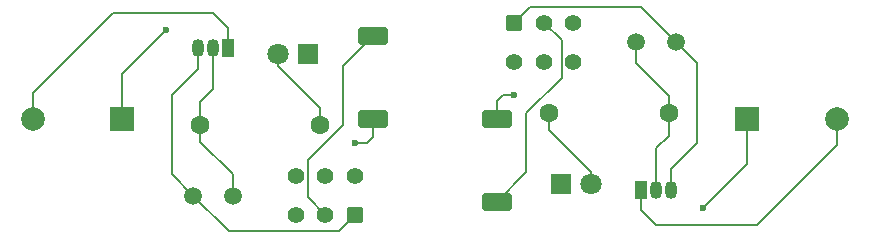
<source format=gbr>
%TF.GenerationSoftware,KiCad,Pcbnew,9.0.3*%
%TF.CreationDate,2025-07-21T22:41:49+05:30*%
%TF.ProjectId,ldr sensor.kicad_pc_boards,6c647220-7365-46e7-936f-722e6b696361,rev?*%
%TF.SameCoordinates,Original*%
%TF.FileFunction,Copper,L1,Top*%
%TF.FilePolarity,Positive*%
%FSLAX46Y46*%
G04 Gerber Fmt 4.6, Leading zero omitted, Abs format (unit mm)*
G04 Created by KiCad (PCBNEW 9.0.3) date 2025-07-21 22:41:49*
%MOMM*%
%LPD*%
G01*
G04 APERTURE LIST*
G04 Aperture macros list*
%AMRoundRect*
0 Rectangle with rounded corners*
0 $1 Rounding radius*
0 $2 $3 $4 $5 $6 $7 $8 $9 X,Y pos of 4 corners*
0 Add a 4 corners polygon primitive as box body*
4,1,4,$2,$3,$4,$5,$6,$7,$8,$9,$2,$3,0*
0 Add four circle primitives for the rounded corners*
1,1,$1+$1,$2,$3*
1,1,$1+$1,$4,$5*
1,1,$1+$1,$6,$7*
1,1,$1+$1,$8,$9*
0 Add four rect primitives between the rounded corners*
20,1,$1+$1,$2,$3,$4,$5,0*
20,1,$1+$1,$4,$5,$6,$7,0*
20,1,$1+$1,$6,$7,$8,$9,0*
20,1,$1+$1,$8,$9,$2,$3,0*%
G04 Aperture macros list end*
%TA.AperFunction,SMDPad,CuDef*%
%ADD10RoundRect,0.225000X1.025000X0.525000X-1.025000X0.525000X-1.025000X-0.525000X1.025000X-0.525000X0*%
%TD*%
%TA.AperFunction,ComponentPad*%
%ADD11R,1.050000X1.500000*%
%TD*%
%TA.AperFunction,ComponentPad*%
%ADD12O,1.050000X1.500000*%
%TD*%
%TA.AperFunction,ComponentPad*%
%ADD13C,1.500000*%
%TD*%
%TA.AperFunction,ComponentPad*%
%ADD14R,2.000000X2.000000*%
%TD*%
%TA.AperFunction,ComponentPad*%
%ADD15C,2.000000*%
%TD*%
%TA.AperFunction,ComponentPad*%
%ADD16RoundRect,0.250000X0.450000X0.450000X-0.450000X0.450000X-0.450000X-0.450000X0.450000X-0.450000X0*%
%TD*%
%TA.AperFunction,ComponentPad*%
%ADD17C,1.400000*%
%TD*%
%TA.AperFunction,ComponentPad*%
%ADD18R,1.800000X1.800000*%
%TD*%
%TA.AperFunction,ComponentPad*%
%ADD19C,1.800000*%
%TD*%
%TA.AperFunction,ComponentPad*%
%ADD20C,1.600000*%
%TD*%
%TA.AperFunction,ComponentPad*%
%ADD21RoundRect,0.250000X-0.450000X-0.450000X0.450000X-0.450000X0.450000X0.450000X-0.450000X0.450000X0*%
%TD*%
%TA.AperFunction,SMDPad,CuDef*%
%ADD22RoundRect,0.225000X-1.025000X-0.525000X1.025000X-0.525000X1.025000X0.525000X-1.025000X0.525000X0*%
%TD*%
%TA.AperFunction,ViaPad*%
%ADD23C,0.600000*%
%TD*%
%TA.AperFunction,Conductor*%
%ADD24C,0.200000*%
%TD*%
G04 APERTURE END LIST*
D10*
%TO.P,BT1,1,+*%
%TO.N,Net-(BT1-+)*%
X136000000Y-90000000D03*
%TO.P,BT1,2,-*%
%TO.N,Net-(BT1--)*%
X136000000Y-83000000D03*
%TD*%
D11*
%TO.P,Q1,1,C*%
%TO.N,Net-(BZ1--)*%
X123770000Y-84000000D03*
D12*
%TO.P,Q1,2,B*%
%TO.N,Net-(Q1-B)*%
X122500000Y-84000000D03*
%TO.P,Q1,3,E*%
%TO.N,Net-(Q1-E)*%
X121230000Y-84000000D03*
%TD*%
D13*
%TO.P,R2,1*%
%TO.N,Net-(Q1-B)*%
X124200000Y-96500000D03*
%TO.P,R2,2*%
%TO.N,Net-(Q1-E)*%
X120800000Y-96500000D03*
%TD*%
D14*
%TO.P,BZ1,1,+*%
%TO.N,Net-(BZ1-+)*%
X114800000Y-90000000D03*
D15*
%TO.P,BZ1,2,-*%
%TO.N,Net-(BZ1--)*%
X107200000Y-90000000D03*
%TD*%
D16*
%TO.P,SW1,1,A*%
%TO.N,Net-(Q1-E)*%
X134500000Y-98142500D03*
D17*
%TO.P,SW1,2,B*%
%TO.N,Net-(BT1--)*%
X132000000Y-98142500D03*
%TO.P,SW1,3,C*%
%TO.N,unconnected-(SW1-C-Pad3)*%
X129500000Y-98142500D03*
%TO.P,SW1,4*%
%TO.N,N/C*%
X129500000Y-94842500D03*
%TO.P,SW1,5*%
X132000000Y-94842500D03*
%TO.P,SW1,6*%
X134500000Y-94842500D03*
%TD*%
D18*
%TO.P,D1,1,K*%
%TO.N,Net-(BZ1-+)*%
X130540000Y-84500000D03*
D19*
%TO.P,D1,2,A*%
%TO.N,Net-(BT1-+)*%
X128000000Y-84500000D03*
%TD*%
D20*
%TO.P,R1,1*%
%TO.N,Net-(BT1-+)*%
X131580000Y-90500000D03*
%TO.P,R1,2*%
%TO.N,Net-(Q1-B)*%
X121420000Y-90500000D03*
%TD*%
D21*
%TO.P,SW1,1,A*%
%TO.N,Net-(Q1-E)*%
X148000000Y-81857500D03*
D17*
%TO.P,SW1,2,B*%
%TO.N,Net-(BT1--)*%
X150500000Y-81857500D03*
%TO.P,SW1,3,C*%
%TO.N,unconnected-(SW1-C-Pad3)*%
X153000000Y-81857500D03*
%TO.P,SW1,4*%
%TO.N,N/C*%
X153000000Y-85157500D03*
%TO.P,SW1,5*%
X150500000Y-85157500D03*
%TO.P,SW1,6*%
X148000000Y-85157500D03*
%TD*%
D14*
%TO.P,BZ1,1,+*%
%TO.N,Net-(BZ1-+)*%
X167700000Y-90000000D03*
D15*
%TO.P,BZ1,2,-*%
%TO.N,Net-(BZ1--)*%
X175300000Y-90000000D03*
%TD*%
D22*
%TO.P,BT1,1,+*%
%TO.N,Net-(BT1-+)*%
X146500000Y-90000000D03*
%TO.P,BT1,2,-*%
%TO.N,Net-(BT1--)*%
X146500000Y-97000000D03*
%TD*%
D13*
%TO.P,R2,1*%
%TO.N,Net-(Q1-B)*%
X158300000Y-83500000D03*
%TO.P,R2,2*%
%TO.N,Net-(Q1-E)*%
X161700000Y-83500000D03*
%TD*%
D20*
%TO.P,R1,1*%
%TO.N,Net-(BT1-+)*%
X150920000Y-89500000D03*
%TO.P,R1,2*%
%TO.N,Net-(Q1-B)*%
X161080000Y-89500000D03*
%TD*%
D18*
%TO.P,D1,1,K*%
%TO.N,Net-(BZ1-+)*%
X151960000Y-95500000D03*
D19*
%TO.P,D1,2,A*%
%TO.N,Net-(BT1-+)*%
X154500000Y-95500000D03*
%TD*%
D11*
%TO.P,Q1,1,C*%
%TO.N,Net-(BZ1--)*%
X158730000Y-96000000D03*
D12*
%TO.P,Q1,2,B*%
%TO.N,Net-(Q1-B)*%
X160000000Y-96000000D03*
%TO.P,Q1,3,E*%
%TO.N,Net-(Q1-E)*%
X161270000Y-96000000D03*
%TD*%
D23*
%TO.N,Net-(BT1-+)*%
X134500000Y-92000000D03*
%TO.N,Net-(BZ1-+)*%
X118500000Y-82500000D03*
%TO.N,Net-(BT1-+)*%
X148000000Y-88000000D03*
%TO.N,Net-(BZ1-+)*%
X164000000Y-97500000D03*
%TD*%
D24*
%TO.N,Net-(BT1--)*%
X133500000Y-90500000D02*
X133500000Y-85500000D01*
X133500000Y-85500000D02*
X136000000Y-83000000D01*
X130500000Y-93500000D02*
X133500000Y-90500000D01*
%TO.N,Net-(BT1-+)*%
X128000000Y-85500000D02*
X128000000Y-84500000D01*
%TO.N,Net-(BT1--)*%
X132000000Y-98142500D02*
X130500000Y-96642500D01*
%TO.N,Net-(BZ1--)*%
X114000000Y-81000000D02*
X122500000Y-81000000D01*
X123770000Y-82270000D02*
X123770000Y-84000000D01*
X122500000Y-81000000D02*
X123770000Y-82270000D01*
%TO.N,Net-(BT1-+)*%
X135500000Y-92000000D02*
X134500000Y-92000000D01*
%TO.N,Net-(BZ1--)*%
X107200000Y-90000000D02*
X107200000Y-87800000D01*
%TO.N,Net-(BT1-+)*%
X136000000Y-90000000D02*
X136000000Y-91500000D01*
%TO.N,Net-(BT1--)*%
X130500000Y-96642500D02*
X130500000Y-93500000D01*
%TO.N,Net-(BT1-+)*%
X136000000Y-91500000D02*
X135500000Y-92000000D01*
X131580000Y-90500000D02*
X131580000Y-89080000D01*
X131580000Y-89080000D02*
X128000000Y-85500000D01*
%TO.N,Net-(Q1-B)*%
X121420000Y-88580000D02*
X121420000Y-90500000D01*
X121420000Y-91920000D02*
X124200000Y-94700000D01*
X121420000Y-90500000D02*
X121420000Y-91920000D01*
%TO.N,Net-(BZ1-+)*%
X114800000Y-86200000D02*
X118500000Y-82500000D01*
X114800000Y-90000000D02*
X114800000Y-86200000D01*
%TO.N,Net-(BZ1--)*%
X107200000Y-87800000D02*
X114000000Y-81000000D01*
%TO.N,Net-(Q1-E)*%
X121230000Y-85770000D02*
X119000000Y-88000000D01*
X123800000Y-99500000D02*
X133142500Y-99500000D01*
X119000000Y-88000000D02*
X119000000Y-94700000D01*
X133142500Y-99500000D02*
X134500000Y-98142500D01*
%TO.N,Net-(Q1-B)*%
X122500000Y-84000000D02*
X122500000Y-87500000D01*
%TO.N,Net-(Q1-E)*%
X121230000Y-84000000D02*
X121230000Y-85770000D01*
%TO.N,Net-(Q1-B)*%
X122500000Y-87500000D02*
X121420000Y-88580000D01*
X124200000Y-94700000D02*
X124200000Y-96500000D01*
%TO.N,Net-(Q1-E)*%
X120800000Y-96500000D02*
X123800000Y-99500000D01*
X119000000Y-94700000D02*
X120800000Y-96500000D01*
%TO.N,Net-(BT1--)*%
X150500000Y-81857500D02*
X152000000Y-83357500D01*
X152000000Y-83357500D02*
X152000000Y-86500000D01*
X152000000Y-86500000D02*
X149000000Y-89500000D01*
X149000000Y-94500000D02*
X146500000Y-97000000D01*
X149000000Y-89500000D02*
X149000000Y-94500000D01*
%TO.N,Net-(BT1-+)*%
X154500000Y-94500000D02*
X154500000Y-95500000D01*
X150920000Y-90920000D02*
X154500000Y-94500000D01*
X146500000Y-90000000D02*
X146500000Y-88500000D01*
X150920000Y-89500000D02*
X150920000Y-90920000D01*
X147000000Y-88000000D02*
X148000000Y-88000000D01*
X146500000Y-88500000D02*
X147000000Y-88000000D01*
%TO.N,Net-(BZ1--)*%
X175300000Y-90000000D02*
X175300000Y-92200000D01*
X160000000Y-99000000D02*
X158730000Y-97730000D01*
X158730000Y-97730000D02*
X158730000Y-96000000D01*
X168500000Y-99000000D02*
X160000000Y-99000000D01*
X175300000Y-92200000D02*
X168500000Y-99000000D01*
%TO.N,Net-(BZ1-+)*%
X167700000Y-90000000D02*
X167700000Y-93800000D01*
X167700000Y-93800000D02*
X164000000Y-97500000D01*
%TO.N,Net-(Q1-B)*%
X161080000Y-89500000D02*
X161080000Y-88080000D01*
X161080000Y-88080000D02*
X158300000Y-85300000D01*
X161080000Y-91420000D02*
X161080000Y-89500000D01*
X160000000Y-96000000D02*
X160000000Y-92500000D01*
X160000000Y-92500000D02*
X161080000Y-91420000D01*
X158300000Y-85300000D02*
X158300000Y-83500000D01*
%TO.N,Net-(Q1-E)*%
X161270000Y-94230000D02*
X163500000Y-92000000D01*
X163500000Y-92000000D02*
X163500000Y-85300000D01*
X161270000Y-96000000D02*
X161270000Y-94230000D01*
X163500000Y-85300000D02*
X161700000Y-83500000D01*
X158700000Y-80500000D02*
X149357500Y-80500000D01*
X161700000Y-83500000D02*
X158700000Y-80500000D01*
X149357500Y-80500000D02*
X148000000Y-81857500D01*
%TD*%
M02*

</source>
